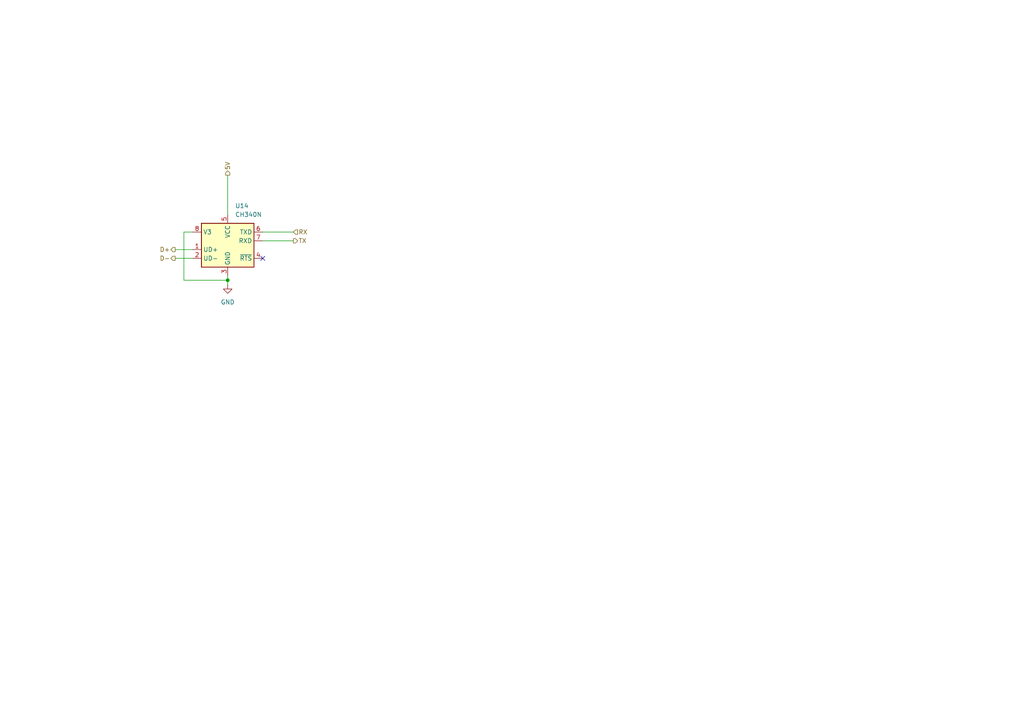
<source format=kicad_sch>
(kicad_sch (version 20250114) (generator "eeschema") (generator_version "9.0")
  (paper "A4")
  (lib_symbols
    (symbol "Interface_USB:CH340N"
      (property "Reference" "U" (at -7.62 6.35 0))
      (property "Value" "CH340N" (at 7.62 6.35 0))
      (symbol "CH340N_0_1"
        (rectangle (start -7.62 5.08) (end 7.62 -7.62) (stroke (width 0.254)) (fill (type background)))
      )
      (symbol "CH340N_1_1"
        (pin passive line (at -10.16 2.54 0) (length 2.54) (name "V3") (number "8"))
        (pin bidirectional line (at -10.16 -2.54 0) (length 2.54) (name "UD+") (number "1"))
        (pin bidirectional line (at -10.16 -5.08 0) (length 2.54) (name "UD-") (number "2"))
        (pin power_in line (at 0 7.62 270) (length 2.54) (name "VCC") (number "5"))
        (pin power_in line (at 0 -10.16 90) (length 2.54) (name "GND") (number "3"))
        (pin output line (at 10.16 2.54 180) (length 2.54) (name "TXD") (number "6"))
        (pin input line (at 10.16 0 180) (length 2.54) (name "RXD") (number "7"))
        (pin output line (at 10.16 -5.08 180) (length 2.54) (name "~{RTS}") (number "4"))
      )
    )
    (symbol "power:GND" (power) (pin_numbers (hide yes)) (pin_names (offset 0) (hide yes))
      (property "Value" "GND" (at 0 -3.81 0))
      (symbol "GND_0_1"
        (polyline (pts (xy 0 0) (xy 0 -1.27) (xy 1.27 -1.27) (xy 0 -2.54) (xy -1.27 -1.27) (xy 0 -1.27)))
      )
      (symbol "GND_1_1"
        (pin power_in line (at 0 0 270) (length 0) (name "~") (number "1"))
      )
    )
  )
  (junction (at 66.04 81.28))
  (no_connect (at 76.2 74.93))
  (wire (pts (xy 76.2 67.31) (xy 85.09 67.31)))
  (wire (pts (xy 76.2 69.85) (xy 85.09 69.85)))
  (wire (pts (xy 66.04 50.8) (xy 66.04 62.23)))
  (wire (pts (xy 53.34 67.31) (xy 53.34 81.28)))
  (wire (pts (xy 53.34 67.31) (xy 55.88 67.31)))
  (wire (pts (xy 66.04 82.55) (xy 66.04 81.28)))
  (wire (pts (xy 50.8 74.93) (xy 55.88 74.93)))
  (wire (pts (xy 66.04 81.28) (xy 66.04 80.01)))
  (wire (pts (xy 53.34 81.28) (xy 66.04 81.28)))
  (wire (pts (xy 50.8 72.39) (xy 55.88 72.39)))
  (hierarchical_label "5V" (shape output) (at 66.04 50.8 90))
  (hierarchical_label "RX" (shape input) (at 85.09 67.31 0))
  (hierarchical_label "D-" (shape output) (at 50.8 74.93 180))
  (hierarchical_label "TX" (shape output) (at 85.09 69.85 0))
  (hierarchical_label "D+" (shape output) (at 50.8 72.39 180))
  (symbol (lib_id "Interface_USB:CH340N") (at 66.04 69.85 0) (unit 1)
    (property "Reference" "U14" (at 68.1833 59.69 0) (effects (justify left)))
    (property "Value" "CH340N" (at 68.1833 62.23 0) (effects (justify left)))
    (property "Footprint" "Package_SO:SOP-8_3.9x4.9mm_P1.27mm" (effects (hide yes)))
    (property "Datasheet" "https://aitendo3.sakura.ne.jp/aitendo_data/product_img/ic/inteface/CH340N/ch340n.pdf" (effects (hide yes)))
    (property "Description" "USB serial converter, 2Mbps, UART, SOP-8" (effects (hide yes)))
  )
  (symbol (lib_id "power:GND") (at 66.04 82.55 0) (unit 1)
    (property "Reference" "#PWR049" (effects (hide yes)))
    (property "Value" "GND" (at 66.04 87.63 0))
    (property "Description" "Power symbol creates a global label with name \"GND\" , ground" (effects (hide yes)))
  )
)
</source>
